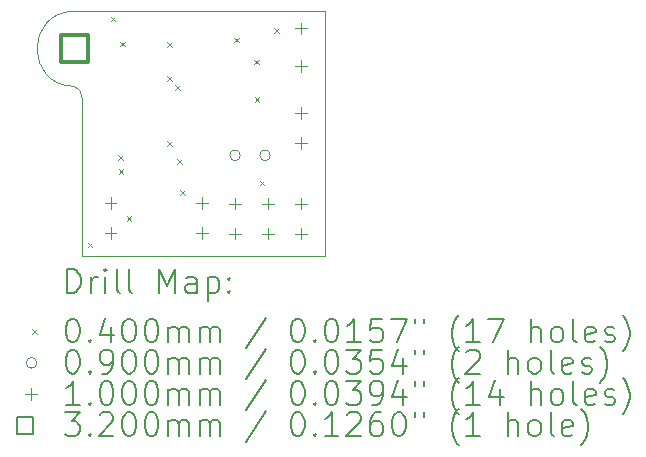
<source format=gbr>
%FSLAX45Y45*%
G04 Gerber Fmt 4.5, Leading zero omitted, Abs format (unit mm)*
G04 Created by KiCad (PCBNEW 6.0.6-1.fc35) date 2022-07-18 21:24:05*
%MOMM*%
%LPD*%
G01*
G04 APERTURE LIST*
%TA.AperFunction,Profile*%
%ADD10C,0.050000*%
%TD*%
%ADD11C,0.200000*%
%ADD12C,0.040000*%
%ADD13C,0.090000*%
%ADD14C,0.100000*%
%ADD15C,0.320000*%
G04 APERTURE END LIST*
D10*
X11569700Y-4495800D02*
G75*
G03*
X11569700Y-5130800I0J-317500D01*
G01*
X13690600Y-4495800D02*
X13690600Y-6565900D01*
X13690600Y-6565900D02*
X11633200Y-6565900D01*
X11569700Y-4495800D02*
X13690600Y-4495800D01*
X11633200Y-5232400D02*
X11633200Y-6565900D01*
X11633196Y-5232400D02*
G75*
G03*
X11569700Y-5130800I-97336J9810D01*
G01*
D11*
D12*
X11679670Y-6453690D02*
X11719670Y-6493690D01*
X11719670Y-6453690D02*
X11679670Y-6493690D01*
X11874460Y-4541050D02*
X11914460Y-4581050D01*
X11914460Y-4541050D02*
X11874460Y-4581050D01*
X11936910Y-5716290D02*
X11976910Y-5756290D01*
X11976910Y-5716290D02*
X11936910Y-5756290D01*
X11943460Y-5831460D02*
X11983460Y-5871460D01*
X11983460Y-5831460D02*
X11943460Y-5871460D01*
X11953760Y-4752270D02*
X11993760Y-4792270D01*
X11993760Y-4752270D02*
X11953760Y-4792270D01*
X12010660Y-6230060D02*
X12050660Y-6270060D01*
X12050660Y-6230060D02*
X12010660Y-6270060D01*
X12351340Y-4755200D02*
X12391340Y-4795200D01*
X12391340Y-4755200D02*
X12351340Y-4795200D01*
X12352900Y-5593400D02*
X12392900Y-5633400D01*
X12392900Y-5593400D02*
X12352900Y-5633400D01*
X12353930Y-5046930D02*
X12393930Y-5086930D01*
X12393930Y-5046930D02*
X12353930Y-5086930D01*
X12422590Y-5122130D02*
X12462590Y-5162130D01*
X12462590Y-5122130D02*
X12422590Y-5162130D01*
X12438700Y-5745800D02*
X12478700Y-5785800D01*
X12478700Y-5745800D02*
X12438700Y-5785800D01*
X12462920Y-6009380D02*
X12502920Y-6049380D01*
X12502920Y-6009380D02*
X12462920Y-6049380D01*
X12919750Y-4718140D02*
X12959750Y-4758140D01*
X12959750Y-4718140D02*
X12919750Y-4758140D01*
X13088100Y-4905900D02*
X13128100Y-4945900D01*
X13128100Y-4905900D02*
X13088100Y-4945900D01*
X13094020Y-5222560D02*
X13134020Y-5262560D01*
X13134020Y-5222560D02*
X13094020Y-5262560D01*
X13135950Y-5928940D02*
X13175950Y-5968940D01*
X13175950Y-5928940D02*
X13135950Y-5968940D01*
X13262430Y-4638590D02*
X13302430Y-4678590D01*
X13302430Y-4638590D02*
X13262430Y-4678590D01*
D13*
X12973600Y-5715000D02*
G75*
G03*
X12973600Y-5715000I-45000J0D01*
G01*
X13227600Y-5715000D02*
G75*
G03*
X13227600Y-5715000I-45000J0D01*
G01*
D14*
X11874500Y-6071400D02*
X11874500Y-6171400D01*
X11824500Y-6121400D02*
X11924500Y-6121400D01*
X11874500Y-6325400D02*
X11874500Y-6425400D01*
X11824500Y-6375400D02*
X11924500Y-6375400D01*
X12649200Y-6071400D02*
X12649200Y-6171400D01*
X12599200Y-6121400D02*
X12699200Y-6121400D01*
X12649200Y-6325400D02*
X12649200Y-6425400D01*
X12599200Y-6375400D02*
X12699200Y-6375400D01*
X12931100Y-6073400D02*
X12931100Y-6173400D01*
X12881100Y-6123400D02*
X12981100Y-6123400D01*
X12931100Y-6327400D02*
X12931100Y-6427400D01*
X12881100Y-6377400D02*
X12981100Y-6377400D01*
X13210500Y-6073400D02*
X13210500Y-6173400D01*
X13160500Y-6123400D02*
X13260500Y-6123400D01*
X13210500Y-6327400D02*
X13210500Y-6427400D01*
X13160500Y-6377400D02*
X13260500Y-6377400D01*
X13487400Y-4590600D02*
X13487400Y-4690600D01*
X13437400Y-4640600D02*
X13537400Y-4640600D01*
X13487400Y-4910600D02*
X13487400Y-5010600D01*
X13437400Y-4960600D02*
X13537400Y-4960600D01*
X13487400Y-5309400D02*
X13487400Y-5409400D01*
X13437400Y-5359400D02*
X13537400Y-5359400D01*
X13487400Y-5563400D02*
X13487400Y-5663400D01*
X13437400Y-5613400D02*
X13537400Y-5613400D01*
X13489900Y-6073400D02*
X13489900Y-6173400D01*
X13439900Y-6123400D02*
X13539900Y-6123400D01*
X13489900Y-6327400D02*
X13489900Y-6427400D01*
X13439900Y-6377400D02*
X13539900Y-6377400D01*
D15*
X11682838Y-4926438D02*
X11682838Y-4700162D01*
X11456562Y-4700162D01*
X11456562Y-4926438D01*
X11682838Y-4926438D01*
D11*
X11507319Y-6878876D02*
X11507319Y-6678876D01*
X11554938Y-6678876D01*
X11583509Y-6688400D01*
X11602557Y-6707448D01*
X11612081Y-6726495D01*
X11621605Y-6764590D01*
X11621605Y-6793162D01*
X11612081Y-6831257D01*
X11602557Y-6850305D01*
X11583509Y-6869352D01*
X11554938Y-6878876D01*
X11507319Y-6878876D01*
X11707319Y-6878876D02*
X11707319Y-6745543D01*
X11707319Y-6783638D02*
X11716843Y-6764590D01*
X11726367Y-6755067D01*
X11745414Y-6745543D01*
X11764462Y-6745543D01*
X11831128Y-6878876D02*
X11831128Y-6745543D01*
X11831128Y-6678876D02*
X11821605Y-6688400D01*
X11831128Y-6697924D01*
X11840652Y-6688400D01*
X11831128Y-6678876D01*
X11831128Y-6697924D01*
X11954938Y-6878876D02*
X11935890Y-6869352D01*
X11926367Y-6850305D01*
X11926367Y-6678876D01*
X12059700Y-6878876D02*
X12040652Y-6869352D01*
X12031128Y-6850305D01*
X12031128Y-6678876D01*
X12288271Y-6878876D02*
X12288271Y-6678876D01*
X12354938Y-6821733D01*
X12421605Y-6678876D01*
X12421605Y-6878876D01*
X12602557Y-6878876D02*
X12602557Y-6774114D01*
X12593033Y-6755067D01*
X12573986Y-6745543D01*
X12535890Y-6745543D01*
X12516843Y-6755067D01*
X12602557Y-6869352D02*
X12583509Y-6878876D01*
X12535890Y-6878876D01*
X12516843Y-6869352D01*
X12507319Y-6850305D01*
X12507319Y-6831257D01*
X12516843Y-6812209D01*
X12535890Y-6802686D01*
X12583509Y-6802686D01*
X12602557Y-6793162D01*
X12697795Y-6745543D02*
X12697795Y-6945543D01*
X12697795Y-6755067D02*
X12716843Y-6745543D01*
X12754938Y-6745543D01*
X12773986Y-6755067D01*
X12783509Y-6764590D01*
X12793033Y-6783638D01*
X12793033Y-6840781D01*
X12783509Y-6859828D01*
X12773986Y-6869352D01*
X12754938Y-6878876D01*
X12716843Y-6878876D01*
X12697795Y-6869352D01*
X12878748Y-6859828D02*
X12888271Y-6869352D01*
X12878748Y-6878876D01*
X12869224Y-6869352D01*
X12878748Y-6859828D01*
X12878748Y-6878876D01*
X12878748Y-6755067D02*
X12888271Y-6764590D01*
X12878748Y-6774114D01*
X12869224Y-6764590D01*
X12878748Y-6755067D01*
X12878748Y-6774114D01*
D12*
X11209700Y-7188400D02*
X11249700Y-7228400D01*
X11249700Y-7188400D02*
X11209700Y-7228400D01*
D11*
X11545414Y-7098876D02*
X11564462Y-7098876D01*
X11583509Y-7108400D01*
X11593033Y-7117924D01*
X11602557Y-7136971D01*
X11612081Y-7175067D01*
X11612081Y-7222686D01*
X11602557Y-7260781D01*
X11593033Y-7279828D01*
X11583509Y-7289352D01*
X11564462Y-7298876D01*
X11545414Y-7298876D01*
X11526367Y-7289352D01*
X11516843Y-7279828D01*
X11507319Y-7260781D01*
X11497795Y-7222686D01*
X11497795Y-7175067D01*
X11507319Y-7136971D01*
X11516843Y-7117924D01*
X11526367Y-7108400D01*
X11545414Y-7098876D01*
X11697795Y-7279828D02*
X11707319Y-7289352D01*
X11697795Y-7298876D01*
X11688271Y-7289352D01*
X11697795Y-7279828D01*
X11697795Y-7298876D01*
X11878748Y-7165543D02*
X11878748Y-7298876D01*
X11831128Y-7089352D02*
X11783509Y-7232209D01*
X11907319Y-7232209D01*
X12021605Y-7098876D02*
X12040652Y-7098876D01*
X12059700Y-7108400D01*
X12069224Y-7117924D01*
X12078748Y-7136971D01*
X12088271Y-7175067D01*
X12088271Y-7222686D01*
X12078748Y-7260781D01*
X12069224Y-7279828D01*
X12059700Y-7289352D01*
X12040652Y-7298876D01*
X12021605Y-7298876D01*
X12002557Y-7289352D01*
X11993033Y-7279828D01*
X11983509Y-7260781D01*
X11973986Y-7222686D01*
X11973986Y-7175067D01*
X11983509Y-7136971D01*
X11993033Y-7117924D01*
X12002557Y-7108400D01*
X12021605Y-7098876D01*
X12212081Y-7098876D02*
X12231128Y-7098876D01*
X12250176Y-7108400D01*
X12259700Y-7117924D01*
X12269224Y-7136971D01*
X12278748Y-7175067D01*
X12278748Y-7222686D01*
X12269224Y-7260781D01*
X12259700Y-7279828D01*
X12250176Y-7289352D01*
X12231128Y-7298876D01*
X12212081Y-7298876D01*
X12193033Y-7289352D01*
X12183509Y-7279828D01*
X12173986Y-7260781D01*
X12164462Y-7222686D01*
X12164462Y-7175067D01*
X12173986Y-7136971D01*
X12183509Y-7117924D01*
X12193033Y-7108400D01*
X12212081Y-7098876D01*
X12364462Y-7298876D02*
X12364462Y-7165543D01*
X12364462Y-7184590D02*
X12373986Y-7175067D01*
X12393033Y-7165543D01*
X12421605Y-7165543D01*
X12440652Y-7175067D01*
X12450176Y-7194114D01*
X12450176Y-7298876D01*
X12450176Y-7194114D02*
X12459700Y-7175067D01*
X12478748Y-7165543D01*
X12507319Y-7165543D01*
X12526367Y-7175067D01*
X12535890Y-7194114D01*
X12535890Y-7298876D01*
X12631128Y-7298876D02*
X12631128Y-7165543D01*
X12631128Y-7184590D02*
X12640652Y-7175067D01*
X12659700Y-7165543D01*
X12688271Y-7165543D01*
X12707319Y-7175067D01*
X12716843Y-7194114D01*
X12716843Y-7298876D01*
X12716843Y-7194114D02*
X12726367Y-7175067D01*
X12745414Y-7165543D01*
X12773986Y-7165543D01*
X12793033Y-7175067D01*
X12802557Y-7194114D01*
X12802557Y-7298876D01*
X13193033Y-7089352D02*
X13021605Y-7346495D01*
X13450176Y-7098876D02*
X13469224Y-7098876D01*
X13488271Y-7108400D01*
X13497795Y-7117924D01*
X13507319Y-7136971D01*
X13516843Y-7175067D01*
X13516843Y-7222686D01*
X13507319Y-7260781D01*
X13497795Y-7279828D01*
X13488271Y-7289352D01*
X13469224Y-7298876D01*
X13450176Y-7298876D01*
X13431128Y-7289352D01*
X13421605Y-7279828D01*
X13412081Y-7260781D01*
X13402557Y-7222686D01*
X13402557Y-7175067D01*
X13412081Y-7136971D01*
X13421605Y-7117924D01*
X13431128Y-7108400D01*
X13450176Y-7098876D01*
X13602557Y-7279828D02*
X13612081Y-7289352D01*
X13602557Y-7298876D01*
X13593033Y-7289352D01*
X13602557Y-7279828D01*
X13602557Y-7298876D01*
X13735890Y-7098876D02*
X13754938Y-7098876D01*
X13773986Y-7108400D01*
X13783509Y-7117924D01*
X13793033Y-7136971D01*
X13802557Y-7175067D01*
X13802557Y-7222686D01*
X13793033Y-7260781D01*
X13783509Y-7279828D01*
X13773986Y-7289352D01*
X13754938Y-7298876D01*
X13735890Y-7298876D01*
X13716843Y-7289352D01*
X13707319Y-7279828D01*
X13697795Y-7260781D01*
X13688271Y-7222686D01*
X13688271Y-7175067D01*
X13697795Y-7136971D01*
X13707319Y-7117924D01*
X13716843Y-7108400D01*
X13735890Y-7098876D01*
X13993033Y-7298876D02*
X13878748Y-7298876D01*
X13935890Y-7298876D02*
X13935890Y-7098876D01*
X13916843Y-7127448D01*
X13897795Y-7146495D01*
X13878748Y-7156019D01*
X14173986Y-7098876D02*
X14078748Y-7098876D01*
X14069224Y-7194114D01*
X14078748Y-7184590D01*
X14097795Y-7175067D01*
X14145414Y-7175067D01*
X14164462Y-7184590D01*
X14173986Y-7194114D01*
X14183509Y-7213162D01*
X14183509Y-7260781D01*
X14173986Y-7279828D01*
X14164462Y-7289352D01*
X14145414Y-7298876D01*
X14097795Y-7298876D01*
X14078748Y-7289352D01*
X14069224Y-7279828D01*
X14250176Y-7098876D02*
X14383509Y-7098876D01*
X14297795Y-7298876D01*
X14450176Y-7098876D02*
X14450176Y-7136971D01*
X14526367Y-7098876D02*
X14526367Y-7136971D01*
X14821605Y-7375067D02*
X14812081Y-7365543D01*
X14793033Y-7336971D01*
X14783509Y-7317924D01*
X14773986Y-7289352D01*
X14764462Y-7241733D01*
X14764462Y-7203638D01*
X14773986Y-7156019D01*
X14783509Y-7127448D01*
X14793033Y-7108400D01*
X14812081Y-7079828D01*
X14821605Y-7070305D01*
X15002557Y-7298876D02*
X14888271Y-7298876D01*
X14945414Y-7298876D02*
X14945414Y-7098876D01*
X14926367Y-7127448D01*
X14907319Y-7146495D01*
X14888271Y-7156019D01*
X15069224Y-7098876D02*
X15202557Y-7098876D01*
X15116843Y-7298876D01*
X15431128Y-7298876D02*
X15431128Y-7098876D01*
X15516843Y-7298876D02*
X15516843Y-7194114D01*
X15507319Y-7175067D01*
X15488271Y-7165543D01*
X15459700Y-7165543D01*
X15440652Y-7175067D01*
X15431128Y-7184590D01*
X15640652Y-7298876D02*
X15621605Y-7289352D01*
X15612081Y-7279828D01*
X15602557Y-7260781D01*
X15602557Y-7203638D01*
X15612081Y-7184590D01*
X15621605Y-7175067D01*
X15640652Y-7165543D01*
X15669224Y-7165543D01*
X15688271Y-7175067D01*
X15697795Y-7184590D01*
X15707319Y-7203638D01*
X15707319Y-7260781D01*
X15697795Y-7279828D01*
X15688271Y-7289352D01*
X15669224Y-7298876D01*
X15640652Y-7298876D01*
X15821605Y-7298876D02*
X15802557Y-7289352D01*
X15793033Y-7270305D01*
X15793033Y-7098876D01*
X15973986Y-7289352D02*
X15954938Y-7298876D01*
X15916843Y-7298876D01*
X15897795Y-7289352D01*
X15888271Y-7270305D01*
X15888271Y-7194114D01*
X15897795Y-7175067D01*
X15916843Y-7165543D01*
X15954938Y-7165543D01*
X15973986Y-7175067D01*
X15983509Y-7194114D01*
X15983509Y-7213162D01*
X15888271Y-7232209D01*
X16059700Y-7289352D02*
X16078748Y-7298876D01*
X16116843Y-7298876D01*
X16135890Y-7289352D01*
X16145414Y-7270305D01*
X16145414Y-7260781D01*
X16135890Y-7241733D01*
X16116843Y-7232209D01*
X16088271Y-7232209D01*
X16069224Y-7222686D01*
X16059700Y-7203638D01*
X16059700Y-7194114D01*
X16069224Y-7175067D01*
X16088271Y-7165543D01*
X16116843Y-7165543D01*
X16135890Y-7175067D01*
X16212081Y-7375067D02*
X16221605Y-7365543D01*
X16240652Y-7336971D01*
X16250176Y-7317924D01*
X16259700Y-7289352D01*
X16269224Y-7241733D01*
X16269224Y-7203638D01*
X16259700Y-7156019D01*
X16250176Y-7127448D01*
X16240652Y-7108400D01*
X16221605Y-7079828D01*
X16212081Y-7070305D01*
D13*
X11249700Y-7472400D02*
G75*
G03*
X11249700Y-7472400I-45000J0D01*
G01*
D11*
X11545414Y-7362876D02*
X11564462Y-7362876D01*
X11583509Y-7372400D01*
X11593033Y-7381924D01*
X11602557Y-7400971D01*
X11612081Y-7439067D01*
X11612081Y-7486686D01*
X11602557Y-7524781D01*
X11593033Y-7543828D01*
X11583509Y-7553352D01*
X11564462Y-7562876D01*
X11545414Y-7562876D01*
X11526367Y-7553352D01*
X11516843Y-7543828D01*
X11507319Y-7524781D01*
X11497795Y-7486686D01*
X11497795Y-7439067D01*
X11507319Y-7400971D01*
X11516843Y-7381924D01*
X11526367Y-7372400D01*
X11545414Y-7362876D01*
X11697795Y-7543828D02*
X11707319Y-7553352D01*
X11697795Y-7562876D01*
X11688271Y-7553352D01*
X11697795Y-7543828D01*
X11697795Y-7562876D01*
X11802557Y-7562876D02*
X11840652Y-7562876D01*
X11859700Y-7553352D01*
X11869224Y-7543828D01*
X11888271Y-7515257D01*
X11897795Y-7477162D01*
X11897795Y-7400971D01*
X11888271Y-7381924D01*
X11878748Y-7372400D01*
X11859700Y-7362876D01*
X11821605Y-7362876D01*
X11802557Y-7372400D01*
X11793033Y-7381924D01*
X11783509Y-7400971D01*
X11783509Y-7448590D01*
X11793033Y-7467638D01*
X11802557Y-7477162D01*
X11821605Y-7486686D01*
X11859700Y-7486686D01*
X11878748Y-7477162D01*
X11888271Y-7467638D01*
X11897795Y-7448590D01*
X12021605Y-7362876D02*
X12040652Y-7362876D01*
X12059700Y-7372400D01*
X12069224Y-7381924D01*
X12078748Y-7400971D01*
X12088271Y-7439067D01*
X12088271Y-7486686D01*
X12078748Y-7524781D01*
X12069224Y-7543828D01*
X12059700Y-7553352D01*
X12040652Y-7562876D01*
X12021605Y-7562876D01*
X12002557Y-7553352D01*
X11993033Y-7543828D01*
X11983509Y-7524781D01*
X11973986Y-7486686D01*
X11973986Y-7439067D01*
X11983509Y-7400971D01*
X11993033Y-7381924D01*
X12002557Y-7372400D01*
X12021605Y-7362876D01*
X12212081Y-7362876D02*
X12231128Y-7362876D01*
X12250176Y-7372400D01*
X12259700Y-7381924D01*
X12269224Y-7400971D01*
X12278748Y-7439067D01*
X12278748Y-7486686D01*
X12269224Y-7524781D01*
X12259700Y-7543828D01*
X12250176Y-7553352D01*
X12231128Y-7562876D01*
X12212081Y-7562876D01*
X12193033Y-7553352D01*
X12183509Y-7543828D01*
X12173986Y-7524781D01*
X12164462Y-7486686D01*
X12164462Y-7439067D01*
X12173986Y-7400971D01*
X12183509Y-7381924D01*
X12193033Y-7372400D01*
X12212081Y-7362876D01*
X12364462Y-7562876D02*
X12364462Y-7429543D01*
X12364462Y-7448590D02*
X12373986Y-7439067D01*
X12393033Y-7429543D01*
X12421605Y-7429543D01*
X12440652Y-7439067D01*
X12450176Y-7458114D01*
X12450176Y-7562876D01*
X12450176Y-7458114D02*
X12459700Y-7439067D01*
X12478748Y-7429543D01*
X12507319Y-7429543D01*
X12526367Y-7439067D01*
X12535890Y-7458114D01*
X12535890Y-7562876D01*
X12631128Y-7562876D02*
X12631128Y-7429543D01*
X12631128Y-7448590D02*
X12640652Y-7439067D01*
X12659700Y-7429543D01*
X12688271Y-7429543D01*
X12707319Y-7439067D01*
X12716843Y-7458114D01*
X12716843Y-7562876D01*
X12716843Y-7458114D02*
X12726367Y-7439067D01*
X12745414Y-7429543D01*
X12773986Y-7429543D01*
X12793033Y-7439067D01*
X12802557Y-7458114D01*
X12802557Y-7562876D01*
X13193033Y-7353352D02*
X13021605Y-7610495D01*
X13450176Y-7362876D02*
X13469224Y-7362876D01*
X13488271Y-7372400D01*
X13497795Y-7381924D01*
X13507319Y-7400971D01*
X13516843Y-7439067D01*
X13516843Y-7486686D01*
X13507319Y-7524781D01*
X13497795Y-7543828D01*
X13488271Y-7553352D01*
X13469224Y-7562876D01*
X13450176Y-7562876D01*
X13431128Y-7553352D01*
X13421605Y-7543828D01*
X13412081Y-7524781D01*
X13402557Y-7486686D01*
X13402557Y-7439067D01*
X13412081Y-7400971D01*
X13421605Y-7381924D01*
X13431128Y-7372400D01*
X13450176Y-7362876D01*
X13602557Y-7543828D02*
X13612081Y-7553352D01*
X13602557Y-7562876D01*
X13593033Y-7553352D01*
X13602557Y-7543828D01*
X13602557Y-7562876D01*
X13735890Y-7362876D02*
X13754938Y-7362876D01*
X13773986Y-7372400D01*
X13783509Y-7381924D01*
X13793033Y-7400971D01*
X13802557Y-7439067D01*
X13802557Y-7486686D01*
X13793033Y-7524781D01*
X13783509Y-7543828D01*
X13773986Y-7553352D01*
X13754938Y-7562876D01*
X13735890Y-7562876D01*
X13716843Y-7553352D01*
X13707319Y-7543828D01*
X13697795Y-7524781D01*
X13688271Y-7486686D01*
X13688271Y-7439067D01*
X13697795Y-7400971D01*
X13707319Y-7381924D01*
X13716843Y-7372400D01*
X13735890Y-7362876D01*
X13869224Y-7362876D02*
X13993033Y-7362876D01*
X13926367Y-7439067D01*
X13954938Y-7439067D01*
X13973986Y-7448590D01*
X13983509Y-7458114D01*
X13993033Y-7477162D01*
X13993033Y-7524781D01*
X13983509Y-7543828D01*
X13973986Y-7553352D01*
X13954938Y-7562876D01*
X13897795Y-7562876D01*
X13878748Y-7553352D01*
X13869224Y-7543828D01*
X14173986Y-7362876D02*
X14078748Y-7362876D01*
X14069224Y-7458114D01*
X14078748Y-7448590D01*
X14097795Y-7439067D01*
X14145414Y-7439067D01*
X14164462Y-7448590D01*
X14173986Y-7458114D01*
X14183509Y-7477162D01*
X14183509Y-7524781D01*
X14173986Y-7543828D01*
X14164462Y-7553352D01*
X14145414Y-7562876D01*
X14097795Y-7562876D01*
X14078748Y-7553352D01*
X14069224Y-7543828D01*
X14354938Y-7429543D02*
X14354938Y-7562876D01*
X14307319Y-7353352D02*
X14259700Y-7496209D01*
X14383509Y-7496209D01*
X14450176Y-7362876D02*
X14450176Y-7400971D01*
X14526367Y-7362876D02*
X14526367Y-7400971D01*
X14821605Y-7639067D02*
X14812081Y-7629543D01*
X14793033Y-7600971D01*
X14783509Y-7581924D01*
X14773986Y-7553352D01*
X14764462Y-7505733D01*
X14764462Y-7467638D01*
X14773986Y-7420019D01*
X14783509Y-7391448D01*
X14793033Y-7372400D01*
X14812081Y-7343828D01*
X14821605Y-7334305D01*
X14888271Y-7381924D02*
X14897795Y-7372400D01*
X14916843Y-7362876D01*
X14964462Y-7362876D01*
X14983509Y-7372400D01*
X14993033Y-7381924D01*
X15002557Y-7400971D01*
X15002557Y-7420019D01*
X14993033Y-7448590D01*
X14878748Y-7562876D01*
X15002557Y-7562876D01*
X15240652Y-7562876D02*
X15240652Y-7362876D01*
X15326367Y-7562876D02*
X15326367Y-7458114D01*
X15316843Y-7439067D01*
X15297795Y-7429543D01*
X15269224Y-7429543D01*
X15250176Y-7439067D01*
X15240652Y-7448590D01*
X15450176Y-7562876D02*
X15431128Y-7553352D01*
X15421605Y-7543828D01*
X15412081Y-7524781D01*
X15412081Y-7467638D01*
X15421605Y-7448590D01*
X15431128Y-7439067D01*
X15450176Y-7429543D01*
X15478748Y-7429543D01*
X15497795Y-7439067D01*
X15507319Y-7448590D01*
X15516843Y-7467638D01*
X15516843Y-7524781D01*
X15507319Y-7543828D01*
X15497795Y-7553352D01*
X15478748Y-7562876D01*
X15450176Y-7562876D01*
X15631128Y-7562876D02*
X15612081Y-7553352D01*
X15602557Y-7534305D01*
X15602557Y-7362876D01*
X15783509Y-7553352D02*
X15764462Y-7562876D01*
X15726367Y-7562876D01*
X15707319Y-7553352D01*
X15697795Y-7534305D01*
X15697795Y-7458114D01*
X15707319Y-7439067D01*
X15726367Y-7429543D01*
X15764462Y-7429543D01*
X15783509Y-7439067D01*
X15793033Y-7458114D01*
X15793033Y-7477162D01*
X15697795Y-7496209D01*
X15869224Y-7553352D02*
X15888271Y-7562876D01*
X15926367Y-7562876D01*
X15945414Y-7553352D01*
X15954938Y-7534305D01*
X15954938Y-7524781D01*
X15945414Y-7505733D01*
X15926367Y-7496209D01*
X15897795Y-7496209D01*
X15878748Y-7486686D01*
X15869224Y-7467638D01*
X15869224Y-7458114D01*
X15878748Y-7439067D01*
X15897795Y-7429543D01*
X15926367Y-7429543D01*
X15945414Y-7439067D01*
X16021605Y-7639067D02*
X16031128Y-7629543D01*
X16050176Y-7600971D01*
X16059700Y-7581924D01*
X16069224Y-7553352D01*
X16078748Y-7505733D01*
X16078748Y-7467638D01*
X16069224Y-7420019D01*
X16059700Y-7391448D01*
X16050176Y-7372400D01*
X16031128Y-7343828D01*
X16021605Y-7334305D01*
D14*
X11199700Y-7686400D02*
X11199700Y-7786400D01*
X11149700Y-7736400D02*
X11249700Y-7736400D01*
D11*
X11612081Y-7826876D02*
X11497795Y-7826876D01*
X11554938Y-7826876D02*
X11554938Y-7626876D01*
X11535890Y-7655448D01*
X11516843Y-7674495D01*
X11497795Y-7684019D01*
X11697795Y-7807828D02*
X11707319Y-7817352D01*
X11697795Y-7826876D01*
X11688271Y-7817352D01*
X11697795Y-7807828D01*
X11697795Y-7826876D01*
X11831128Y-7626876D02*
X11850176Y-7626876D01*
X11869224Y-7636400D01*
X11878748Y-7645924D01*
X11888271Y-7664971D01*
X11897795Y-7703067D01*
X11897795Y-7750686D01*
X11888271Y-7788781D01*
X11878748Y-7807828D01*
X11869224Y-7817352D01*
X11850176Y-7826876D01*
X11831128Y-7826876D01*
X11812081Y-7817352D01*
X11802557Y-7807828D01*
X11793033Y-7788781D01*
X11783509Y-7750686D01*
X11783509Y-7703067D01*
X11793033Y-7664971D01*
X11802557Y-7645924D01*
X11812081Y-7636400D01*
X11831128Y-7626876D01*
X12021605Y-7626876D02*
X12040652Y-7626876D01*
X12059700Y-7636400D01*
X12069224Y-7645924D01*
X12078748Y-7664971D01*
X12088271Y-7703067D01*
X12088271Y-7750686D01*
X12078748Y-7788781D01*
X12069224Y-7807828D01*
X12059700Y-7817352D01*
X12040652Y-7826876D01*
X12021605Y-7826876D01*
X12002557Y-7817352D01*
X11993033Y-7807828D01*
X11983509Y-7788781D01*
X11973986Y-7750686D01*
X11973986Y-7703067D01*
X11983509Y-7664971D01*
X11993033Y-7645924D01*
X12002557Y-7636400D01*
X12021605Y-7626876D01*
X12212081Y-7626876D02*
X12231128Y-7626876D01*
X12250176Y-7636400D01*
X12259700Y-7645924D01*
X12269224Y-7664971D01*
X12278748Y-7703067D01*
X12278748Y-7750686D01*
X12269224Y-7788781D01*
X12259700Y-7807828D01*
X12250176Y-7817352D01*
X12231128Y-7826876D01*
X12212081Y-7826876D01*
X12193033Y-7817352D01*
X12183509Y-7807828D01*
X12173986Y-7788781D01*
X12164462Y-7750686D01*
X12164462Y-7703067D01*
X12173986Y-7664971D01*
X12183509Y-7645924D01*
X12193033Y-7636400D01*
X12212081Y-7626876D01*
X12364462Y-7826876D02*
X12364462Y-7693543D01*
X12364462Y-7712590D02*
X12373986Y-7703067D01*
X12393033Y-7693543D01*
X12421605Y-7693543D01*
X12440652Y-7703067D01*
X12450176Y-7722114D01*
X12450176Y-7826876D01*
X12450176Y-7722114D02*
X12459700Y-7703067D01*
X12478748Y-7693543D01*
X12507319Y-7693543D01*
X12526367Y-7703067D01*
X12535890Y-7722114D01*
X12535890Y-7826876D01*
X12631128Y-7826876D02*
X12631128Y-7693543D01*
X12631128Y-7712590D02*
X12640652Y-7703067D01*
X12659700Y-7693543D01*
X12688271Y-7693543D01*
X12707319Y-7703067D01*
X12716843Y-7722114D01*
X12716843Y-7826876D01*
X12716843Y-7722114D02*
X12726367Y-7703067D01*
X12745414Y-7693543D01*
X12773986Y-7693543D01*
X12793033Y-7703067D01*
X12802557Y-7722114D01*
X12802557Y-7826876D01*
X13193033Y-7617352D02*
X13021605Y-7874495D01*
X13450176Y-7626876D02*
X13469224Y-7626876D01*
X13488271Y-7636400D01*
X13497795Y-7645924D01*
X13507319Y-7664971D01*
X13516843Y-7703067D01*
X13516843Y-7750686D01*
X13507319Y-7788781D01*
X13497795Y-7807828D01*
X13488271Y-7817352D01*
X13469224Y-7826876D01*
X13450176Y-7826876D01*
X13431128Y-7817352D01*
X13421605Y-7807828D01*
X13412081Y-7788781D01*
X13402557Y-7750686D01*
X13402557Y-7703067D01*
X13412081Y-7664971D01*
X13421605Y-7645924D01*
X13431128Y-7636400D01*
X13450176Y-7626876D01*
X13602557Y-7807828D02*
X13612081Y-7817352D01*
X13602557Y-7826876D01*
X13593033Y-7817352D01*
X13602557Y-7807828D01*
X13602557Y-7826876D01*
X13735890Y-7626876D02*
X13754938Y-7626876D01*
X13773986Y-7636400D01*
X13783509Y-7645924D01*
X13793033Y-7664971D01*
X13802557Y-7703067D01*
X13802557Y-7750686D01*
X13793033Y-7788781D01*
X13783509Y-7807828D01*
X13773986Y-7817352D01*
X13754938Y-7826876D01*
X13735890Y-7826876D01*
X13716843Y-7817352D01*
X13707319Y-7807828D01*
X13697795Y-7788781D01*
X13688271Y-7750686D01*
X13688271Y-7703067D01*
X13697795Y-7664971D01*
X13707319Y-7645924D01*
X13716843Y-7636400D01*
X13735890Y-7626876D01*
X13869224Y-7626876D02*
X13993033Y-7626876D01*
X13926367Y-7703067D01*
X13954938Y-7703067D01*
X13973986Y-7712590D01*
X13983509Y-7722114D01*
X13993033Y-7741162D01*
X13993033Y-7788781D01*
X13983509Y-7807828D01*
X13973986Y-7817352D01*
X13954938Y-7826876D01*
X13897795Y-7826876D01*
X13878748Y-7817352D01*
X13869224Y-7807828D01*
X14088271Y-7826876D02*
X14126367Y-7826876D01*
X14145414Y-7817352D01*
X14154938Y-7807828D01*
X14173986Y-7779257D01*
X14183509Y-7741162D01*
X14183509Y-7664971D01*
X14173986Y-7645924D01*
X14164462Y-7636400D01*
X14145414Y-7626876D01*
X14107319Y-7626876D01*
X14088271Y-7636400D01*
X14078748Y-7645924D01*
X14069224Y-7664971D01*
X14069224Y-7712590D01*
X14078748Y-7731638D01*
X14088271Y-7741162D01*
X14107319Y-7750686D01*
X14145414Y-7750686D01*
X14164462Y-7741162D01*
X14173986Y-7731638D01*
X14183509Y-7712590D01*
X14354938Y-7693543D02*
X14354938Y-7826876D01*
X14307319Y-7617352D02*
X14259700Y-7760209D01*
X14383509Y-7760209D01*
X14450176Y-7626876D02*
X14450176Y-7664971D01*
X14526367Y-7626876D02*
X14526367Y-7664971D01*
X14821605Y-7903067D02*
X14812081Y-7893543D01*
X14793033Y-7864971D01*
X14783509Y-7845924D01*
X14773986Y-7817352D01*
X14764462Y-7769733D01*
X14764462Y-7731638D01*
X14773986Y-7684019D01*
X14783509Y-7655448D01*
X14793033Y-7636400D01*
X14812081Y-7607828D01*
X14821605Y-7598305D01*
X15002557Y-7826876D02*
X14888271Y-7826876D01*
X14945414Y-7826876D02*
X14945414Y-7626876D01*
X14926367Y-7655448D01*
X14907319Y-7674495D01*
X14888271Y-7684019D01*
X15173986Y-7693543D02*
X15173986Y-7826876D01*
X15126367Y-7617352D02*
X15078748Y-7760209D01*
X15202557Y-7760209D01*
X15431128Y-7826876D02*
X15431128Y-7626876D01*
X15516843Y-7826876D02*
X15516843Y-7722114D01*
X15507319Y-7703067D01*
X15488271Y-7693543D01*
X15459700Y-7693543D01*
X15440652Y-7703067D01*
X15431128Y-7712590D01*
X15640652Y-7826876D02*
X15621605Y-7817352D01*
X15612081Y-7807828D01*
X15602557Y-7788781D01*
X15602557Y-7731638D01*
X15612081Y-7712590D01*
X15621605Y-7703067D01*
X15640652Y-7693543D01*
X15669224Y-7693543D01*
X15688271Y-7703067D01*
X15697795Y-7712590D01*
X15707319Y-7731638D01*
X15707319Y-7788781D01*
X15697795Y-7807828D01*
X15688271Y-7817352D01*
X15669224Y-7826876D01*
X15640652Y-7826876D01*
X15821605Y-7826876D02*
X15802557Y-7817352D01*
X15793033Y-7798305D01*
X15793033Y-7626876D01*
X15973986Y-7817352D02*
X15954938Y-7826876D01*
X15916843Y-7826876D01*
X15897795Y-7817352D01*
X15888271Y-7798305D01*
X15888271Y-7722114D01*
X15897795Y-7703067D01*
X15916843Y-7693543D01*
X15954938Y-7693543D01*
X15973986Y-7703067D01*
X15983509Y-7722114D01*
X15983509Y-7741162D01*
X15888271Y-7760209D01*
X16059700Y-7817352D02*
X16078748Y-7826876D01*
X16116843Y-7826876D01*
X16135890Y-7817352D01*
X16145414Y-7798305D01*
X16145414Y-7788781D01*
X16135890Y-7769733D01*
X16116843Y-7760209D01*
X16088271Y-7760209D01*
X16069224Y-7750686D01*
X16059700Y-7731638D01*
X16059700Y-7722114D01*
X16069224Y-7703067D01*
X16088271Y-7693543D01*
X16116843Y-7693543D01*
X16135890Y-7703067D01*
X16212081Y-7903067D02*
X16221605Y-7893543D01*
X16240652Y-7864971D01*
X16250176Y-7845924D01*
X16259700Y-7817352D01*
X16269224Y-7769733D01*
X16269224Y-7731638D01*
X16259700Y-7684019D01*
X16250176Y-7655448D01*
X16240652Y-7636400D01*
X16221605Y-7607828D01*
X16212081Y-7598305D01*
X11220411Y-8071111D02*
X11220411Y-7929689D01*
X11078989Y-7929689D01*
X11078989Y-8071111D01*
X11220411Y-8071111D01*
X11488271Y-7890876D02*
X11612081Y-7890876D01*
X11545414Y-7967067D01*
X11573986Y-7967067D01*
X11593033Y-7976590D01*
X11602557Y-7986114D01*
X11612081Y-8005162D01*
X11612081Y-8052781D01*
X11602557Y-8071828D01*
X11593033Y-8081352D01*
X11573986Y-8090876D01*
X11516843Y-8090876D01*
X11497795Y-8081352D01*
X11488271Y-8071828D01*
X11697795Y-8071828D02*
X11707319Y-8081352D01*
X11697795Y-8090876D01*
X11688271Y-8081352D01*
X11697795Y-8071828D01*
X11697795Y-8090876D01*
X11783509Y-7909924D02*
X11793033Y-7900400D01*
X11812081Y-7890876D01*
X11859700Y-7890876D01*
X11878748Y-7900400D01*
X11888271Y-7909924D01*
X11897795Y-7928971D01*
X11897795Y-7948019D01*
X11888271Y-7976590D01*
X11773986Y-8090876D01*
X11897795Y-8090876D01*
X12021605Y-7890876D02*
X12040652Y-7890876D01*
X12059700Y-7900400D01*
X12069224Y-7909924D01*
X12078748Y-7928971D01*
X12088271Y-7967067D01*
X12088271Y-8014686D01*
X12078748Y-8052781D01*
X12069224Y-8071828D01*
X12059700Y-8081352D01*
X12040652Y-8090876D01*
X12021605Y-8090876D01*
X12002557Y-8081352D01*
X11993033Y-8071828D01*
X11983509Y-8052781D01*
X11973986Y-8014686D01*
X11973986Y-7967067D01*
X11983509Y-7928971D01*
X11993033Y-7909924D01*
X12002557Y-7900400D01*
X12021605Y-7890876D01*
X12212081Y-7890876D02*
X12231128Y-7890876D01*
X12250176Y-7900400D01*
X12259700Y-7909924D01*
X12269224Y-7928971D01*
X12278748Y-7967067D01*
X12278748Y-8014686D01*
X12269224Y-8052781D01*
X12259700Y-8071828D01*
X12250176Y-8081352D01*
X12231128Y-8090876D01*
X12212081Y-8090876D01*
X12193033Y-8081352D01*
X12183509Y-8071828D01*
X12173986Y-8052781D01*
X12164462Y-8014686D01*
X12164462Y-7967067D01*
X12173986Y-7928971D01*
X12183509Y-7909924D01*
X12193033Y-7900400D01*
X12212081Y-7890876D01*
X12364462Y-8090876D02*
X12364462Y-7957543D01*
X12364462Y-7976590D02*
X12373986Y-7967067D01*
X12393033Y-7957543D01*
X12421605Y-7957543D01*
X12440652Y-7967067D01*
X12450176Y-7986114D01*
X12450176Y-8090876D01*
X12450176Y-7986114D02*
X12459700Y-7967067D01*
X12478748Y-7957543D01*
X12507319Y-7957543D01*
X12526367Y-7967067D01*
X12535890Y-7986114D01*
X12535890Y-8090876D01*
X12631128Y-8090876D02*
X12631128Y-7957543D01*
X12631128Y-7976590D02*
X12640652Y-7967067D01*
X12659700Y-7957543D01*
X12688271Y-7957543D01*
X12707319Y-7967067D01*
X12716843Y-7986114D01*
X12716843Y-8090876D01*
X12716843Y-7986114D02*
X12726367Y-7967067D01*
X12745414Y-7957543D01*
X12773986Y-7957543D01*
X12793033Y-7967067D01*
X12802557Y-7986114D01*
X12802557Y-8090876D01*
X13193033Y-7881352D02*
X13021605Y-8138495D01*
X13450176Y-7890876D02*
X13469224Y-7890876D01*
X13488271Y-7900400D01*
X13497795Y-7909924D01*
X13507319Y-7928971D01*
X13516843Y-7967067D01*
X13516843Y-8014686D01*
X13507319Y-8052781D01*
X13497795Y-8071828D01*
X13488271Y-8081352D01*
X13469224Y-8090876D01*
X13450176Y-8090876D01*
X13431128Y-8081352D01*
X13421605Y-8071828D01*
X13412081Y-8052781D01*
X13402557Y-8014686D01*
X13402557Y-7967067D01*
X13412081Y-7928971D01*
X13421605Y-7909924D01*
X13431128Y-7900400D01*
X13450176Y-7890876D01*
X13602557Y-8071828D02*
X13612081Y-8081352D01*
X13602557Y-8090876D01*
X13593033Y-8081352D01*
X13602557Y-8071828D01*
X13602557Y-8090876D01*
X13802557Y-8090876D02*
X13688271Y-8090876D01*
X13745414Y-8090876D02*
X13745414Y-7890876D01*
X13726367Y-7919448D01*
X13707319Y-7938495D01*
X13688271Y-7948019D01*
X13878748Y-7909924D02*
X13888271Y-7900400D01*
X13907319Y-7890876D01*
X13954938Y-7890876D01*
X13973986Y-7900400D01*
X13983509Y-7909924D01*
X13993033Y-7928971D01*
X13993033Y-7948019D01*
X13983509Y-7976590D01*
X13869224Y-8090876D01*
X13993033Y-8090876D01*
X14164462Y-7890876D02*
X14126367Y-7890876D01*
X14107319Y-7900400D01*
X14097795Y-7909924D01*
X14078748Y-7938495D01*
X14069224Y-7976590D01*
X14069224Y-8052781D01*
X14078748Y-8071828D01*
X14088271Y-8081352D01*
X14107319Y-8090876D01*
X14145414Y-8090876D01*
X14164462Y-8081352D01*
X14173986Y-8071828D01*
X14183509Y-8052781D01*
X14183509Y-8005162D01*
X14173986Y-7986114D01*
X14164462Y-7976590D01*
X14145414Y-7967067D01*
X14107319Y-7967067D01*
X14088271Y-7976590D01*
X14078748Y-7986114D01*
X14069224Y-8005162D01*
X14307319Y-7890876D02*
X14326367Y-7890876D01*
X14345414Y-7900400D01*
X14354938Y-7909924D01*
X14364462Y-7928971D01*
X14373986Y-7967067D01*
X14373986Y-8014686D01*
X14364462Y-8052781D01*
X14354938Y-8071828D01*
X14345414Y-8081352D01*
X14326367Y-8090876D01*
X14307319Y-8090876D01*
X14288271Y-8081352D01*
X14278748Y-8071828D01*
X14269224Y-8052781D01*
X14259700Y-8014686D01*
X14259700Y-7967067D01*
X14269224Y-7928971D01*
X14278748Y-7909924D01*
X14288271Y-7900400D01*
X14307319Y-7890876D01*
X14450176Y-7890876D02*
X14450176Y-7928971D01*
X14526367Y-7890876D02*
X14526367Y-7928971D01*
X14821605Y-8167067D02*
X14812081Y-8157543D01*
X14793033Y-8128971D01*
X14783509Y-8109924D01*
X14773986Y-8081352D01*
X14764462Y-8033733D01*
X14764462Y-7995638D01*
X14773986Y-7948019D01*
X14783509Y-7919448D01*
X14793033Y-7900400D01*
X14812081Y-7871828D01*
X14821605Y-7862305D01*
X15002557Y-8090876D02*
X14888271Y-8090876D01*
X14945414Y-8090876D02*
X14945414Y-7890876D01*
X14926367Y-7919448D01*
X14907319Y-7938495D01*
X14888271Y-7948019D01*
X15240652Y-8090876D02*
X15240652Y-7890876D01*
X15326367Y-8090876D02*
X15326367Y-7986114D01*
X15316843Y-7967067D01*
X15297795Y-7957543D01*
X15269224Y-7957543D01*
X15250176Y-7967067D01*
X15240652Y-7976590D01*
X15450176Y-8090876D02*
X15431128Y-8081352D01*
X15421605Y-8071828D01*
X15412081Y-8052781D01*
X15412081Y-7995638D01*
X15421605Y-7976590D01*
X15431128Y-7967067D01*
X15450176Y-7957543D01*
X15478748Y-7957543D01*
X15497795Y-7967067D01*
X15507319Y-7976590D01*
X15516843Y-7995638D01*
X15516843Y-8052781D01*
X15507319Y-8071828D01*
X15497795Y-8081352D01*
X15478748Y-8090876D01*
X15450176Y-8090876D01*
X15631128Y-8090876D02*
X15612081Y-8081352D01*
X15602557Y-8062305D01*
X15602557Y-7890876D01*
X15783509Y-8081352D02*
X15764462Y-8090876D01*
X15726367Y-8090876D01*
X15707319Y-8081352D01*
X15697795Y-8062305D01*
X15697795Y-7986114D01*
X15707319Y-7967067D01*
X15726367Y-7957543D01*
X15764462Y-7957543D01*
X15783509Y-7967067D01*
X15793033Y-7986114D01*
X15793033Y-8005162D01*
X15697795Y-8024209D01*
X15859700Y-8167067D02*
X15869224Y-8157543D01*
X15888271Y-8128971D01*
X15897795Y-8109924D01*
X15907319Y-8081352D01*
X15916843Y-8033733D01*
X15916843Y-7995638D01*
X15907319Y-7948019D01*
X15897795Y-7919448D01*
X15888271Y-7900400D01*
X15869224Y-7871828D01*
X15859700Y-7862305D01*
M02*

</source>
